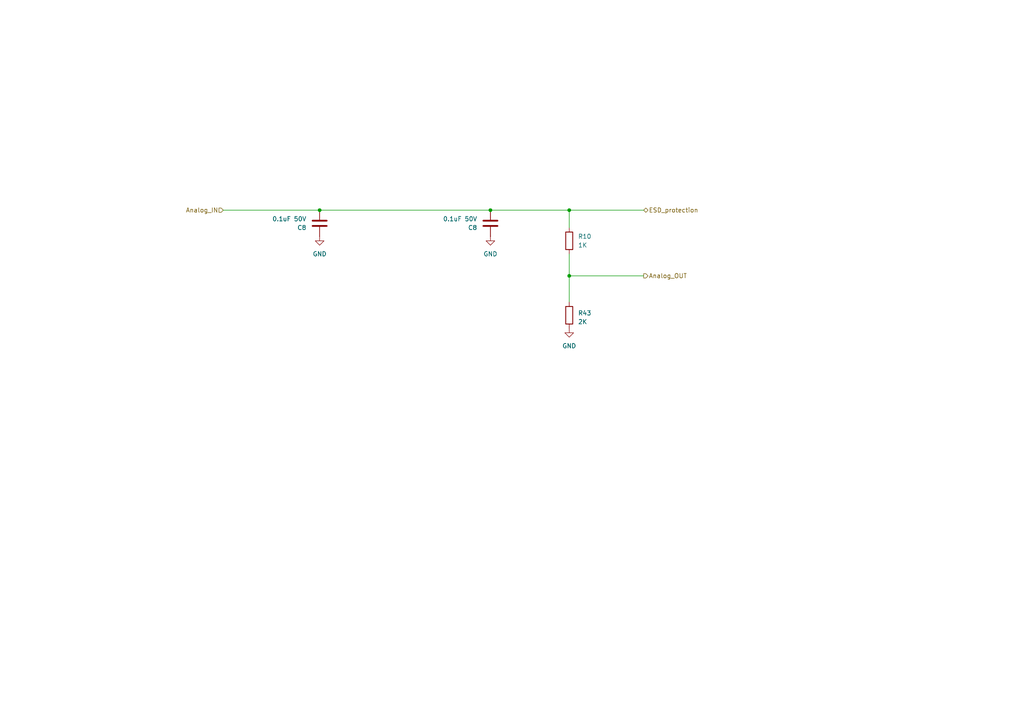
<source format=kicad_sch>
(kicad_sch (version 20250114) (generator "eeschema") (generator_version "9.0")
  (paper "A4")
  (title_block (title "0-5V voltage sensing circuit") (date "2024-10-06") (rev "1.3.1") (comment 1 "https://github.com/martinroger/VXDash") (comment 2 "https://cadlab.io/projects/vxdash"))
  (lib_symbols
    (symbol "Device:C" (pin_numbers (hide yes)) (pin_names (offset 0.254))
      (property "Reference" "C" (at 0.635 2.54 0))
      (property "Value" "C" (at 0.635 -2.54 0))
      (symbol "C_0_1"
        (polyline (pts (xy -2.032 0.762) (xy 2.032 0.762)) (stroke (width 0.508)))
        (polyline (pts (xy -2.032 -0.762) (xy 2.032 -0.762)) (stroke (width 0.508)))
      )
      (symbol "C_1_1"
        (pin passive line (at 0 3.81 270) (length 2.794) (name "~") (number "1"))
        (pin passive line (at 0 -3.81 90) (length 2.794) (name "~") (number "2"))
      )
    )
    (symbol "Device:R" (pin_numbers (hide yes)) (pin_names (offset 0))
      (property "Reference" "R" (at 2.032 0 90))
      (property "Value" "R" (at 0 0 90))
      (symbol "R_0_1"
        (rectangle (start -1.016 -2.54) (end 1.016 2.54) (stroke (width 0.254)))
      )
      (symbol "R_1_1"
        (pin passive line (at 0 3.81 270) (length 1.27) (name "~") (number "1"))
        (pin passive line (at 0 -3.81 90) (length 1.27) (name "~") (number "2"))
      )
    )
    (symbol "power:GND" (power) (pin_numbers (hide yes)) (pin_names (offset 0) (hide yes))
      (property "Value" "GND" (at 0 -3.81 0))
      (symbol "GND_0_1"
        (polyline (pts (xy 0 0) (xy 0 -1.27) (xy 1.27 -1.27) (xy 0 -2.54) (xy -1.27 -1.27) (xy 0 -1.27)))
      )
      (symbol "GND_1_1"
        (pin power_in line (at 0 0 270) (length 0) (name "~") (number "1"))
      )
    )
  )
  (junction (at 142.24 60.96))
  (junction (at 165.1 80.01))
  (junction (at 92.71 60.96))
  (junction (at 165.1 60.96))
  (wire (pts (xy 165.1 80.01) (xy 186.69 80.01)))
  (wire (pts (xy 92.71 60.96) (xy 142.24 60.96)))
  (wire (pts (xy 165.1 66.04) (xy 165.1 60.96)))
  (wire (pts (xy 165.1 73.66) (xy 165.1 80.01)))
  (wire (pts (xy 165.1 60.96) (xy 186.69 60.96)))
  (wire (pts (xy 165.1 80.01) (xy 165.1 87.63)))
  (wire (pts (xy 165.1 60.96) (xy 142.24 60.96)))
  (wire (pts (xy 92.71 60.96) (xy 64.77 60.96)))
  (hierarchical_label "Analog_IN" (shape input) (at 64.77 60.96 180))
  (hierarchical_label "ESD_protection" (shape bidirectional) (at 186.69 60.96 0))
  (hierarchical_label "Analog_OUT" (shape output) (at 186.69 80.01 0))
  (symbol (lib_id "power:GND") (at 142.24 68.58 0) (unit 1)
    (property "Reference" "#PWR047" (effects (hide yes)))
    (property "Value" "GND" (at 142.24 73.66 0))
    (property "Description" "Power symbol creates a global label with name \"GND\" , ground" (effects (hide yes)))
    (instances (project "VXDash" (path "" (reference "#PWR050") (unit 1)) (path "" (reference "#PWR047") (unit 1)) (path "" (reference "#PWR056") (unit 1)) (path "" (reference "#PWR053") (unit 1))))
  )
  (symbol (lib_id "Device:R") (at 165.1 91.44 180) (unit 1)
    (property "Reference" "R41" (at 167.64 90.805 0) (effects (justify right)))
    (property "Value" "2K" (at 167.64 93.345 0) (effects (justify right)))
    (property "Footprint" "Resistor_SMD:R_0805_2012Metric" (effects (hide yes)))
    (property "Datasheet" "https://www.seielect.com/Catalog/SEI-RMCF_RMCP.pdf" (effects (hide yes)))
    (property "Description" "RES 2K OHM 1% 1/8W 0805" (effects (hide yes)))
    (property "Manufacturer_Name" "Stackpole Electronics Inc" (effects (hide yes)))
    (property "Manufacturer_Part_Number" "RMCF0805FT2K00" (effects (hide yes)))
    (instances (project "VXDash" (path "" (reference "R43") (unit 1)) (path "" (reference "R41") (unit 1)) (path "" (reference "R47") (unit 1)) (path "" (reference "R45") (unit 1))))
  )
  (symbol (lib_id "power:GND") (at 92.71 68.58 0) (unit 1)
    (property "Reference" "#PWR046" (effects (hide yes)))
    (property "Value" "GND" (at 92.71 73.66 0))
    (property "Description" "Power symbol creates a global label with name \"GND\" , ground" (effects (hide yes)))
    (instances (project "VXDash" (path "" (reference "#PWR049") (unit 1)) (path "" (reference "#PWR046") (unit 1)) (path "" (reference "#PWR055") (unit 1)) (path "" (reference "#PWR052") (unit 1))))
  )
  (symbol (lib_id "power:GND") (at 165.1 95.25 0) (unit 1)
    (property "Reference" "#PWR048" (effects (hide yes)))
    (property "Value" "GND" (at 165.1 100.33 0))
    (property "Description" "Power symbol creates a global label with name \"GND\" , ground" (effects (hide yes)))
    (instances (project "VXDash" (path "" (reference "#PWR051") (unit 1)) (path "" (reference "#PWR048") (unit 1)) (path "" (reference "#PWR057") (unit 1)) (path "" (reference "#PWR054") (unit 1))))
  )
  (symbol (lib_id "Device:R") (at 165.1 69.85 0) (unit 1)
    (property "Reference" "R40" (at 167.64 68.5799 0) (effects (justify left)))
    (property "Value" "1K" (at 167.64 71.1199 0) (effects (justify left)))
    (property "Footprint" "Resistor_SMD:R_0805_2012Metric" (effects (hide yes)))
    (property "Datasheet" "https://www.seielect.com/Catalog/SEI-RMCF_RMCP.pdf" (effects (hide yes)))
    (property "Description" "RES 1K OHM 1% 1/8W 0805" (effects (hide yes)))
    (property "Manufacturer_Name" "Stackpole Electronics Inc" (effects (hide yes)))
    (property "Manufacturer_Part_Number" "RMCF0805FT1K00" (effects (hide yes)))
    (instances (project "DashSpy" (path "" (reference "R10") (unit 1)) (path "" (reference "R25") (unit 1)) (path "" (reference "R31") (unit 1)) (path "" (reference "R43") (unit 1)) (path "" (reference "R40") (unit 1)) (path "" (reference "R37") (unit 1)) (path "" (reference "R49") (unit 1)) (path "" (reference "R46") (unit 1)) (path "" (reference "R34") (unit 1)) (path "" (reference "R28") (unit 1)) (path "" (reference "R52") (unit 1))) (project "VXDash" (path "" (reference "R42") (unit 1)) (path "" (reference "R40") (unit 1)) (path "" (reference "R46") (unit 1)) (path "" (reference "R44") (unit 1))))
  )
  (symbol (lib_id "Device:C") (at 92.71 64.77 0) (mirror x) (unit 1)
    (property "Reference" "C25" (at 88.9 66.0401 0) (effects (justify right)))
    (property "Value" "0.1uF 50V" (at 88.9 63.5001 0) (effects (justify right)))
    (property "Footprint" "Capacitor_SMD:C_0603_1608Metric" (effects (hide yes)))
    (property "Datasheet" "https://media.digikey.com/pdf/Data%20Sheets/Samsung%20PDFs/CL10B104KB8NNWC_Spec.pdf" (effects (hide yes)))
    (property "Description" "CAP CER 0.1UF 50V X7R 0603" (effects (hide yes)))
    (property "Manufacturer_Name" "Samsung" (effects (hide yes)))
    (property "Manufacturer_Part_Number" "CL10B104KB8NNWC" (effects (hide yes)))
    (instances (project "DashSpy" (path "" (reference "C8") (unit 1))) (project "VXDash" (path "" (reference "C27") (unit 1)) (path "" (reference "C25") (unit 1)) (path "" (reference "C31") (unit 1)) (path "" (reference "C29") (unit 1))))
  )
  (symbol (lib_id "Device:C") (at 142.24 64.77 0) (mirror x) (unit 1)
    (property "Reference" "C26" (at 138.43 66.0401 0) (effects (justify right)))
    (property "Value" "0.1uF 50V" (at 138.43 63.5001 0) (effects (justify right)))
    (property "Footprint" "Capacitor_SMD:C_0603_1608Metric" (effects (hide yes)))
    (property "Datasheet" "https://media.digikey.com/pdf/Data%20Sheets/Samsung%20PDFs/CL10B104KB8NNWC_Spec.pdf" (effects (hide yes)))
    (property "Description" "CAP CER 0.1UF 50V X7R 0603" (effects (hide yes)))
    (property "Manufacturer_Name" "Samsung" (effects (hide yes)))
    (property "Manufacturer_Part_Number" "CL10B104KB8NNWC" (effects (hide yes)))
    (instances (project "DashSpy" (path "" (reference "C8") (unit 1))) (project "VXDash" (path "" (reference "C28") (unit 1)) (path "" (reference "C26") (unit 1)) (path "" (reference "C32") (unit 1)) (path "" (reference "C30") (unit 1))))
  )
)
</source>
